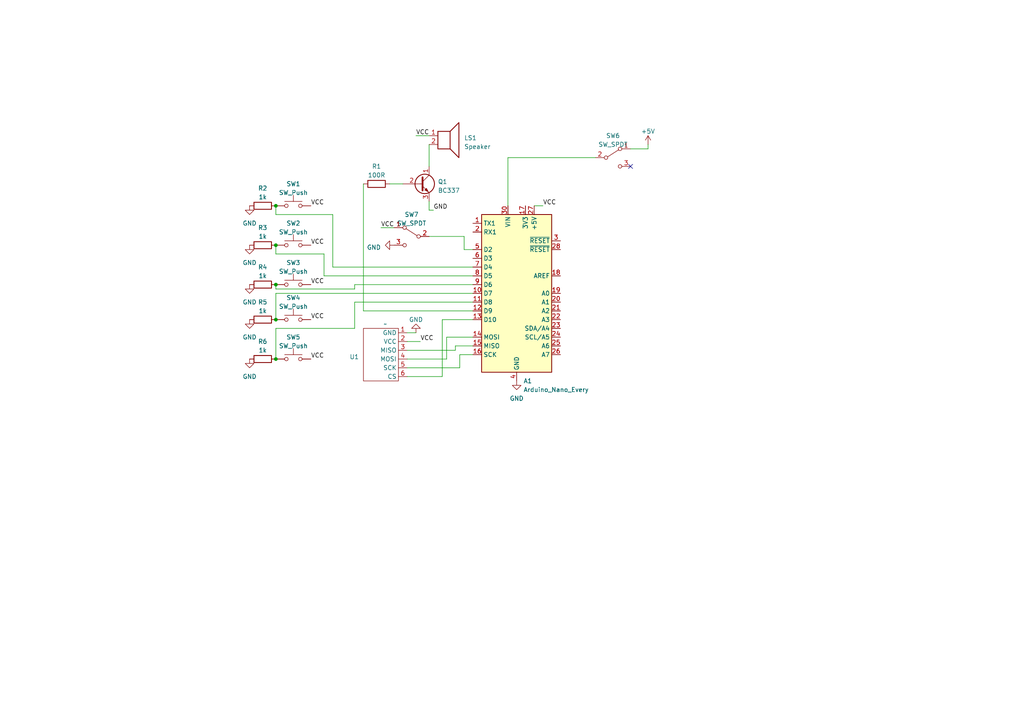
<source format=kicad_sch>
(kicad_sch (version 20230121) (generator eeschema)
  (paper "A4")
  (lib_symbols
    (symbol "Device:R" (pin_numbers hide) (pin_names (offset 0))
      (property "Reference" "R" (at 2.032 0 90))
      (property "Value" "R" (at 0 0 90))
      (symbol "R_0_1"
        (rectangle (start -1.016 -2.54) (end 1.016 2.54) (stroke (width 0.254)))
      )
      (symbol "R_1_1"
        (pin passive line (at 0 3.81 270) (length 1.27) (name "~") (number "1"))
        (pin passive line (at 0 -3.81 90) (length 1.27) (name "~") (number "2"))
      )
    )
    (symbol "Device:Speaker" (pin_names (offset 0) hide)
      (property "Reference" "LS" (at 1.27 5.715 0))
      (property "Value" "Speaker" (at 1.27 3.81 0))
      (symbol "Speaker_0_0"
        (rectangle (start -2.54 1.27) (end 1.016 -3.81) (stroke (width 0.254)))
        (polyline (pts (xy 1.016 1.27) (xy 3.556 3.81) (xy 3.556 -6.35) (xy 1.016 -3.81)) (stroke (width 0.254)))
      )
      (symbol "Speaker_1_1"
        (pin input line (at -5.08 0 0) (length 2.54) (name "1") (number "1"))
        (pin input line (at -5.08 -2.54 0) (length 2.54) (name "2") (number "2"))
      )
    )
    (symbol "MCU_Module:Arduino_Nano_Every"
      (property "Reference" "A" (at -10.16 23.495 0))
      (property "Value" "Arduino_Nano_Every" (at 5.08 -24.13 0))
      (symbol "Arduino_Nano_Every_0_1"
        (rectangle (start -10.16 22.86) (end 10.16 -22.86) (stroke (width 0.254)) (fill (type background)))
      )
      (symbol "Arduino_Nano_Every_1_1"
        (pin bidirectional line (at -12.7 20.32 0) (length 2.54) (name "TX1") (number "1"))
        (pin bidirectional line (at -12.7 0 0) (length 2.54) (name "D7") (number "10"))
        (pin bidirectional line (at -12.7 -2.54 0) (length 2.54) (name "D8") (number "11"))
        (pin bidirectional line (at -12.7 -5.08 0) (length 2.54) (name "D9") (number "12"))
        (pin bidirectional line (at -12.7 -7.62 0) (length 2.54) (name "D10") (number "13"))
        (pin bidirectional line (at -12.7 -12.7 0) (length 2.54) (name "MOSI") (number "14"))
        (pin bidirectional line (at -12.7 -15.24 0) (length 2.54) (name "MISO") (number "15"))
        (pin bidirectional line (at -12.7 -17.78 0) (length 2.54) (name "SCK") (number "16"))
        (pin power_out line (at 2.54 25.4 270) (length 2.54) (name "3V3") (number "17"))
        (pin input line (at 12.7 5.08 180) (length 2.54) (name "AREF") (number "18"))
        (pin bidirectional line (at 12.7 0 180) (length 2.54) (name "A0") (number "19"))
        (pin bidirectional line (at -12.7 17.78 0) (length 2.54) (name "RX1") (number "2"))
        (pin bidirectional line (at 12.7 -2.54 180) (length 2.54) (name "A1") (number "20"))
        (pin bidirectional line (at 12.7 -5.08 180) (length 2.54) (name "A2") (number "21"))
        (pin bidirectional line (at 12.7 -7.62 180) (length 2.54) (name "A3") (number "22"))
        (pin bidirectional line (at 12.7 -10.16 180) (length 2.54) (name "SDA/A4") (number "23"))
        (pin bidirectional line (at 12.7 -12.7 180) (length 2.54) (name "SCL/A5") (number "24"))
        (pin bidirectional line (at 12.7 -15.24 180) (length 2.54) (name "A6") (number "25"))
        (pin bidirectional line (at 12.7 -17.78 180) (length 2.54) (name "A7") (number "26"))
        (pin power_out line (at 5.08 25.4 270) (length 2.54) (name "+5V") (number "27"))
        (pin input line (at 12.7 12.7 180) (length 2.54) (name "~{RESET}") (number "28"))
        (pin passive line (at 0 -25.4 90) (length 2.54) hide (name "GND") (number "29"))
        (pin input line (at 12.7 15.24 180) (length 2.54) (name "~{RESET}") (number "3"))
        (pin power_in line (at -2.54 25.4 270) (length 2.54) (name "VIN") (number "30"))
        (pin power_in line (at 0 -25.4 90) (length 2.54) (name "GND") (number "4"))
        (pin bidirectional line (at -12.7 12.7 0) (length 2.54) (name "D2") (number "5"))
        (pin bidirectional line (at -12.7 10.16 0) (length 2.54) (name "D3") (number "6"))
        (pin bidirectional line (at -12.7 7.62 0) (length 2.54) (name "D4") (number "7"))
        (pin bidirectional line (at -12.7 5.08 0) (length 2.54) (name "D5") (number "8"))
        (pin bidirectional line (at -12.7 2.54 0) (length 2.54) (name "D6") (number "9"))
      )
    )
    (symbol "Switch:SW_Push" (pin_numbers hide) (pin_names (offset 1.016) hide)
      (property "Reference" "SW" (at 1.27 2.54 0))
      (property "Value" "SW_Push" (at 0 -1.524 0))
      (symbol "SW_Push_0_1"
        (circle (center -2.032 0) (radius 0.508))
        (polyline (pts (xy 0 1.27) (xy 0 3.048)))
        (polyline (pts (xy 2.54 1.27) (xy -2.54 1.27)))
        (circle (center 2.032 0) (radius 0.508))
        (pin passive line (at -5.08 0 0) (length 2.54) (name "1") (number "1"))
        (pin passive line (at 5.08 0 180) (length 2.54) (name "2") (number "2"))
      )
    )
    (symbol "Switch:SW_SPDT" (pin_names (offset 0) hide)
      (property "Reference" "SW" (at 0 4.318 0))
      (property "Value" "SW_SPDT" (at 0 -5.08 0))
      (symbol "SW_SPDT_0_0"
        (circle (center -2.032 0) (radius 0.508))
        (circle (center 2.032 -2.54) (radius 0.508))
      )
      (symbol "SW_SPDT_0_1"
        (polyline (pts (xy -1.524 0.254) (xy 1.651 2.286)))
        (circle (center 2.032 2.54) (radius 0.508))
      )
      (symbol "SW_SPDT_1_1"
        (pin passive line (at 5.08 2.54 180) (length 2.54) (name "A") (number "1"))
        (pin passive line (at -5.08 0 0) (length 2.54) (name "B") (number "2"))
        (pin passive line (at 5.08 -2.54 180) (length 2.54) (name "C") (number "3"))
      )
    )
    (symbol "Transistor_BJT:BC337" (pin_names (offset 0) hide)
      (property "Reference" "Q" (at 5.08 1.905 0))
      (property "Value" "BC337" (at 5.08 0 0))
      (symbol "BC337_0_1"
        (polyline (pts (xy 0 0) (xy 0.635 0)))
        (polyline (pts (xy 0.635 0.635) (xy 2.54 2.54)))
        (polyline (pts (xy 0.635 -0.635) (xy 2.54 -2.54) (xy 2.54 -2.54)))
        (polyline (pts (xy 0.635 1.905) (xy 0.635 -1.905) (xy 0.635 -1.905)) (stroke (width 0.508)))
        (polyline (pts (xy 1.27 -1.778) (xy 1.778 -1.27) (xy 2.286 -2.286) (xy 1.27 -1.778) (xy 1.27 -1.778)) (fill (type outline)))
        (circle (center 1.27 0) (radius 2.8194) (stroke (width 0.254)))
      )
      (symbol "BC337_1_1"
        (pin passive line (at 2.54 5.08 270) (length 2.54) (name "C") (number "1"))
        (pin input line (at -5.08 0 0) (length 5.08) (name "B") (number "2"))
        (pin passive line (at 2.54 -5.08 90) (length 2.54) (name "E") (number "3"))
      )
    )
    (symbol "custom:microSD_reader"
      (property "Reference" "U" (at 0 0 0))
      (symbol "microSD_reader_0_1"
        (rectangle (start -3.81 -1.27) (end 6.35 -16.51))
      )
      (symbol "microSD_reader_1_1"
        (pin unspecified line (at -6.35 -2.54 0) (length 2.54) (name "GND") (number "1"))
        (pin power_in line (at -6.35 -5.08 0) (length 2.54) (name "VCC") (number "2"))
        (pin bidirectional line (at -6.35 -7.62 0) (length 2.54) (name "MISO") (number "3"))
        (pin bidirectional line (at -6.35 -10.16 0) (length 2.54) (name "MOSI") (number "4"))
        (pin input line (at -6.35 -12.7 0) (length 2.54) (name "SCK") (number "5"))
        (pin input line (at -6.35 -15.24 0) (length 2.54) (name "CS") (number "6"))
      )
    )
    (symbol "power:+5V" (power) (pin_names (offset 0))
      (property "Value" "+5V" (at 0 3.556 0))
      (symbol "+5V_0_1"
        (polyline (pts (xy -0.762 1.27) (xy 0 2.54)))
        (polyline (pts (xy 0 0) (xy 0 2.54)))
        (polyline (pts (xy 0 2.54) (xy 0.762 1.27)))
      )
      (symbol "+5V_1_1"
        (pin power_in line (at 0 0 90) (length 0) hide (name "+5V") (number "1"))
      )
    )
    (symbol "power:GND" (power) (pin_names (offset 0))
      (property "Value" "GND" (at 0 -3.81 0))
      (symbol "GND_0_1"
        (polyline (pts (xy 0 0) (xy 0 -1.27) (xy 1.27 -1.27) (xy 0 -2.54) (xy -1.27 -1.27) (xy 0 -1.27)))
      )
      (symbol "GND_1_1"
        (pin power_in line (at 0 0 270) (length 0) hide (name "GND") (number "1"))
      )
    )
  )
  (junction (at 80.01 92.71))
  (junction (at 80.01 59.69))
  (junction (at 80.01 71.12))
  (junction (at 80.01 82.55))
  (junction (at 80.01 104.14))
  (no_connect (at 182.88 48.26))
  (wire (pts (xy 134.62 72.39) (xy 137.16 72.39)))
  (wire (pts (xy 129.54 104.14) (xy 129.54 97.79)))
  (wire (pts (xy 96.52 62.23) (xy 96.52 77.47)))
  (wire (pts (xy 137.16 90.17) (xy 105.41 90.17)))
  (wire (pts (xy 120.65 96.52) (xy 118.11 96.52)))
  (wire (pts (xy 133.35 106.68) (xy 133.35 102.87)))
  (wire (pts (xy 80.01 82.55) (xy 80.01 83.82)))
  (wire (pts (xy 147.32 45.72) (xy 147.32 59.69)))
  (wire (pts (xy 80.01 62.23) (xy 96.52 62.23)))
  (wire (pts (xy 128.27 109.22) (xy 128.27 92.71)))
  (wire (pts (xy 133.35 102.87) (xy 137.16 102.87)))
  (wire (pts (xy 80.01 85.09) (xy 137.16 85.09)))
  (wire (pts (xy 105.41 90.17) (xy 105.41 53.34)))
  (wire (pts (xy 110.49 66.04) (xy 114.3 66.04)))
  (wire (pts (xy 80.01 59.69) (xy 80.01 62.23)))
  (wire (pts (xy 80.01 71.12) (xy 80.01 73.66)))
  (wire (pts (xy 118.11 101.6) (xy 132.08 101.6)))
  (wire (pts (xy 118.11 109.22) (xy 128.27 109.22)))
  (wire (pts (xy 118.11 106.68) (xy 133.35 106.68)))
  (wire (pts (xy 102.87 87.63) (xy 137.16 87.63)))
  (wire (pts (xy 124.46 41.91) (xy 124.46 48.26)))
  (wire (pts (xy 125.73 60.96) (xy 124.46 60.96)))
  (wire (pts (xy 80.01 73.66) (xy 93.98 73.66)))
  (wire (pts (xy 113.03 53.34) (xy 116.84 53.34)))
  (wire (pts (xy 124.46 68.58) (xy 134.62 68.58)))
  (wire (pts (xy 118.11 99.06) (xy 121.92 99.06)))
  (wire (pts (xy 96.52 77.47) (xy 137.16 77.47)))
  (wire (pts (xy 102.87 82.55) (xy 137.16 82.55)))
  (wire (pts (xy 128.27 92.71) (xy 137.16 92.71)))
  (wire (pts (xy 132.08 100.33) (xy 137.16 100.33)))
  (wire (pts (xy 187.96 43.18) (xy 182.88 43.18)))
  (wire (pts (xy 187.96 41.91) (xy 187.96 43.18)))
  (wire (pts (xy 102.87 95.25) (xy 102.87 87.63)))
  (wire (pts (xy 134.62 68.58) (xy 134.62 72.39)))
  (wire (pts (xy 118.11 104.14) (xy 129.54 104.14)))
  (wire (pts (xy 172.72 45.72) (xy 147.32 45.72)))
  (wire (pts (xy 132.08 101.6) (xy 132.08 100.33)))
  (wire (pts (xy 129.54 97.79) (xy 137.16 97.79)))
  (wire (pts (xy 93.98 73.66) (xy 93.98 80.01)))
  (wire (pts (xy 80.01 83.82) (xy 102.87 83.82)))
  (wire (pts (xy 93.98 80.01) (xy 137.16 80.01)))
  (wire (pts (xy 80.01 104.14) (xy 80.01 95.25)))
  (wire (pts (xy 124.46 60.96) (xy 124.46 58.42)))
  (wire (pts (xy 80.01 92.71) (xy 80.01 85.09)))
  (wire (pts (xy 80.01 95.25) (xy 102.87 95.25)))
  (wire (pts (xy 102.87 83.82) (xy 102.87 82.55)))
  (wire (pts (xy 157.48 59.69) (xy 154.94 59.69)))
  (wire (pts (xy 120.65 39.37) (xy 124.46 39.37)))
  (label "GND" (at 125.73 60.96 0))
  (label "VCC" (at 120.65 39.37 0))
  (label "VCC" (at 90.17 82.55 0))
  (label "VCC" (at 90.17 59.69 0))
  (label "VCC" (at 157.48 59.69 0))
  (label "VCC" (at 90.17 71.12 0))
  (label "VCC" (at 90.17 92.71 0))
  (label "VCC" (at 110.49 66.04 0))
  (label "VCC" (at 121.92 99.06 0))
  (label "VCC" (at 90.17 104.14 0))
  (symbol (lib_id "Device:R") (at 109.22 53.34 90) (unit 1)
    (property "Reference" "R1" (at 109.22 48.26 90))
    (property "Value" "100R" (at 109.22 50.8 90))
  )
  (symbol (lib_id "power:GND") (at 72.39 92.71 0) (unit 1)
    (property "Reference" "#PWR07" (effects hide))
    (property "Value" "GND" (at 72.39 97.79 0))
  )
  (symbol (lib_id "Device:R") (at 76.2 92.71 90) (unit 1)
    (property "Reference" "R5" (at 76.2 87.63 90))
    (property "Value" "1k" (at 76.2 90.17 90))
  )
  (symbol (lib_id "Switch:SW_Push") (at 85.09 82.55 0) (unit 1)
    (property "Reference" "SW3" (at 85.09 76.2 0))
    (property "Value" "SW_Push" (at 85.09 78.74 0))
  )
  (symbol (lib_id "Device:Speaker") (at 129.54 39.37 0) (unit 1)
    (property "Reference" "LS1" (at 134.62 40.005 0) (effects (justify left)))
    (property "Value" "Speaker" (at 134.62 42.545 0) (effects (justify left)))
  )
  (symbol (lib_id "power:GND") (at 120.65 96.52 180) (unit 1)
    (property "Reference" "#PWR06" (effects hide))
    (property "Value" "GND" (at 120.65 92.71 0))
  )
  (symbol (lib_id "Switch:SW_SPDT") (at 177.8 45.72 0) (unit 1)
    (property "Reference" "SW6" (at 177.8 39.37 0))
    (property "Value" "SW_SPDT" (at 177.8 41.91 0))
  )
  (symbol (lib_id "Switch:SW_Push") (at 85.09 59.69 0) (unit 1)
    (property "Reference" "SW1" (at 85.09 53.34 0))
    (property "Value" "SW_Push" (at 85.09 55.88 0))
  )
  (symbol (lib_id "Device:R") (at 76.2 59.69 90) (unit 1)
    (property "Reference" "R2" (at 76.2 54.61 90))
    (property "Value" "1k" (at 76.2 57.15 90))
  )
  (symbol (lib_id "Transistor_BJT:BC337") (at 121.92 53.34 0) (unit 1)
    (property "Reference" "Q1" (at 127 52.705 0) (effects (justify left)))
    (property "Value" "BC337" (at 127 55.245 0) (effects (justify left)))
    (property "Footprint" "Package_TO_SOT_THT:TO-92_Inline" (effects hide))
    (property "Datasheet" "https://diotec.com/tl_files/diotec/files/pdf/datasheets/bc337.pdf" (effects hide))
  )
  (symbol (lib_id "power:GND") (at 149.86 110.49 0) (unit 1)
    (property "Reference" "#PWR05" (effects hide))
    (property "Value" "GND" (at 149.86 115.57 0))
  )
  (symbol (lib_id "Device:R") (at 76.2 71.12 90) (unit 1)
    (property "Reference" "R3" (at 76.2 66.04 90))
    (property "Value" "1k" (at 76.2 68.58 90))
  )
  (symbol (lib_id "custom:microSD_reader") (at 111.76 93.98 0) (mirror y) (unit 1)
    (property "Reference" "U1" (at 104.14 103.505 0) (effects (justify left)))
    (property "Value" "~" (at 111.76 93.98 0))
  )
  (symbol (lib_id "power:GND") (at 72.39 59.69 0) (unit 1)
    (property "Reference" "#PWR02" (effects hide))
    (property "Value" "GND" (at 72.39 64.77 0))
  )
  (symbol (lib_id "power:GND") (at 72.39 104.14 0) (unit 1)
    (property "Reference" "#PWR08" (effects hide))
    (property "Value" "GND" (at 72.39 109.22 0))
  )
  (symbol (lib_id "Switch:SW_Push") (at 85.09 104.14 0) (unit 1)
    (property "Reference" "SW5" (at 85.09 97.79 0))
    (property "Value" "SW_Push" (at 85.09 100.33 0))
  )
  (symbol (lib_id "power:GND") (at 72.39 82.55 0) (unit 1)
    (property "Reference" "#PWR04" (effects hide))
    (property "Value" "GND" (at 72.39 87.63 0))
  )
  (symbol (lib_id "Switch:SW_Push") (at 85.09 92.71 0) (unit 1)
    (property "Reference" "SW4" (at 85.09 86.36 0))
    (property "Value" "SW_Push" (at 85.09 88.9 0))
  )
  (symbol (lib_id "power:+5V") (at 187.96 41.91 0) (unit 1)
    (property "Reference" "#PWR01" (effects hide))
    (property "Value" "+5V" (at 187.96 38.1 0))
  )
  (symbol (lib_id "power:GND") (at 114.3 71.12 270) (unit 1)
    (property "Reference" "#PWR09" (effects hide))
    (property "Value" "GND" (at 110.49 71.755 90) (effects (justify right)))
  )
  (symbol (lib_id "MCU_Module:Arduino_Nano_Every") (at 149.86 85.09 0) (unit 1)
    (property "Reference" "A1" (at 151.8159 110.49 0) (effects (justify left)))
    (property "Value" "Arduino_Nano_Every" (at 151.8159 113.03 0) (effects (justify left)))
    (property "Footprint" "Module:Arduino_Nano" (effects hide))
    (property "Datasheet" "https://content.arduino.cc/assets/NANOEveryV3.0_sch.pdf" (effects hide))
  )
  (symbol (lib_id "Device:R") (at 76.2 104.14 90) (unit 1)
    (property "Reference" "R6" (at 76.2 99.06 90))
    (property "Value" "1k" (at 76.2 101.6 90))
  )
  (symbol (lib_id "power:GND") (at 72.39 71.12 0) (unit 1)
    (property "Reference" "#PWR03" (effects hide))
    (property "Value" "GND" (at 72.39 76.2 0))
  )
  (symbol (lib_id "Device:R") (at 76.2 82.55 90) (unit 1)
    (property "Reference" "R4" (at 76.2 77.47 90))
    (property "Value" "1k" (at 76.2 80.01 90))
  )
  (symbol (lib_id "Switch:SW_SPDT") (at 119.38 68.58 0) (mirror y) (unit 1)
    (property "Reference" "SW7" (at 119.38 62.23 0))
    (property "Value" "SW_SPDT" (at 119.38 64.77 0))
  )
  (symbol (lib_id "Switch:SW_Push") (at 85.09 71.12 0) (unit 1)
    (property "Reference" "SW2" (at 85.09 64.77 0))
    (property "Value" "SW_Push" (at 85.09 67.31 0))
  )
)
</source>
